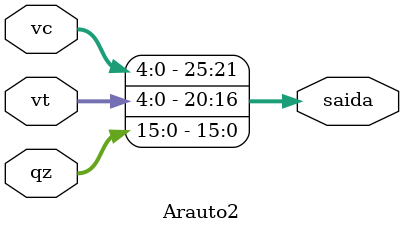
<source format=v>
module Arauto2 (vc, vt, qz, saida);

input [4:0] vc;
input [4:0] vt;
input [15:0] qz;
output reg [25:0] saida;

always @(1) begin
	saida = {vc[4:0], vt[4:0], qz[15:0]};
end
endmodule
</source>
